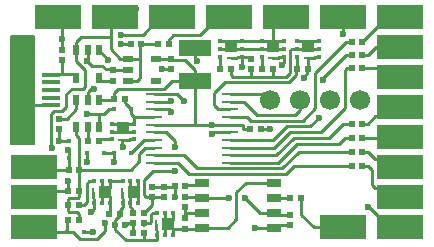
<source format=gtl>
G04 #@! TF.FileFunction,Copper,L1,Top,Signal*
%FSLAX46Y46*%
G04 Gerber Fmt 4.6, Leading zero omitted, Abs format (unit mm)*
G04 Created by KiCad (PCBNEW 4.0.6) date 11/02/17 10:09:17*
%MOMM*%
%LPD*%
G01*
G04 APERTURE LIST*
%ADD10C,0.200000*%
%ADD11R,1.400000X0.250000*%
%ADD12R,0.300000X0.400000*%
%ADD13R,1.000000X1.000000*%
%ADD14R,0.230000X0.785000*%
%ADD15R,0.400000X0.400000*%
%ADD16R,0.500000X0.500000*%
%ADD17R,2.800000X1.400000*%
%ADD18R,0.600000X0.900000*%
%ADD19R,0.900000X0.600000*%
%ADD20R,1.270000X0.700000*%
%ADD21R,0.400000X0.300000*%
%ADD22R,0.785000X0.230000*%
%ADD23R,1.350000X2.000000*%
%ADD24R,1.500000X0.400000*%
%ADD25R,4.000000X2.000000*%
%ADD26C,1.700000*%
%ADD27C,0.600000*%
%ADD28C,0.250000*%
%ADD29C,0.150000*%
G04 APERTURE END LIST*
D10*
D11*
X131200000Y-110150000D03*
X131200000Y-109500000D03*
X131200000Y-104300000D03*
X131200000Y-104950000D03*
X131200000Y-105600000D03*
X131200000Y-106250000D03*
X131200000Y-106900000D03*
X131200000Y-107550000D03*
X131200000Y-108200000D03*
X131200000Y-108850000D03*
X137600000Y-110150000D03*
X137600000Y-109500000D03*
X137600000Y-108850000D03*
X137600000Y-108200000D03*
X137600000Y-107550000D03*
X137600000Y-106900000D03*
X137600000Y-106250000D03*
X137600000Y-105600000D03*
X137600000Y-104950000D03*
X137600000Y-104300000D03*
D12*
X132731000Y-114396000D03*
X132081000Y-114396000D03*
X131431000Y-114396000D03*
X132731000Y-116246000D03*
X132081000Y-116246000D03*
X131431000Y-116246000D03*
D13*
X132361000Y-115316000D03*
D14*
X131341000Y-115296000D03*
D15*
X125225000Y-115951000D03*
X123825000Y-115951000D03*
D16*
X142700000Y-115400000D03*
X142700000Y-114500000D03*
X132900000Y-112100000D03*
X133800000Y-112100000D03*
X123400000Y-100550000D03*
X123400000Y-101450000D03*
X129200000Y-100100000D03*
X130100000Y-100100000D03*
X132600000Y-102200000D03*
X132600000Y-101300000D03*
D17*
X134620000Y-103200000D03*
X134620000Y-100400000D03*
D16*
X140200000Y-107300000D03*
X139300000Y-107300000D03*
X131981000Y-113050000D03*
X131981000Y-112150000D03*
D15*
X129200000Y-105550000D03*
X127800000Y-105550000D03*
X127800000Y-109300000D03*
X129200000Y-109300000D03*
X126900000Y-109300000D03*
X125500000Y-109300000D03*
X123931000Y-108300000D03*
X123931000Y-109700000D03*
D16*
X123150000Y-107300000D03*
X123150000Y-106400000D03*
X133800000Y-114800000D03*
X133800000Y-115700000D03*
X133800000Y-113000000D03*
X133800000Y-113900000D03*
X127700000Y-102300000D03*
X127700000Y-103200000D03*
X142700000Y-113100000D03*
X143600000Y-113100000D03*
X125600000Y-108250000D03*
X126500000Y-108250000D03*
X131500000Y-100100000D03*
X132400000Y-100100000D03*
X128700000Y-104700000D03*
X127800000Y-104700000D03*
X129400000Y-116050000D03*
X130300000Y-116050000D03*
X129400000Y-115200000D03*
X130300000Y-115200000D03*
X124781000Y-112500000D03*
X123881000Y-112500000D03*
X123881000Y-113700000D03*
X124781000Y-113700000D03*
X144200000Y-102200000D03*
X143300000Y-102200000D03*
X127381000Y-114450000D03*
X128281000Y-114450000D03*
X140300000Y-102200000D03*
X141200000Y-102200000D03*
X136765000Y-102200000D03*
X137665000Y-102200000D03*
X124831000Y-110700000D03*
X123931000Y-110700000D03*
X124781000Y-114950000D03*
X123881000Y-114950000D03*
X130981000Y-113050000D03*
X130981000Y-112150000D03*
X129400000Y-114350000D03*
X130300000Y-114350000D03*
D18*
X126500000Y-104800000D03*
X125550000Y-104800000D03*
X124600000Y-104800000D03*
X124600000Y-107100000D03*
X125550000Y-107100000D03*
X126500000Y-107100000D03*
D19*
X129000000Y-101300000D03*
X129000000Y-102250000D03*
X129000000Y-103200000D03*
X131300000Y-103200000D03*
X131300000Y-101300000D03*
D20*
X141296000Y-115600000D03*
X141296000Y-114330000D03*
X141296000Y-113060000D03*
X141296000Y-111790000D03*
X135200000Y-111790000D03*
X135200000Y-113060000D03*
X135200000Y-114330000D03*
X135200000Y-115600000D03*
D18*
X126500000Y-100600000D03*
X125550000Y-100600000D03*
X124600000Y-100600000D03*
X124600000Y-102900000D03*
X126500000Y-102900000D03*
D21*
X127580000Y-106830000D03*
X127580000Y-107480000D03*
X127580000Y-108130000D03*
X129430000Y-106830000D03*
X129430000Y-107480000D03*
X129430000Y-108130000D03*
D13*
X128500000Y-107200000D03*
D22*
X128480000Y-108220000D03*
D12*
X127401000Y-111680000D03*
X126751000Y-111680000D03*
X126101000Y-111680000D03*
X127401000Y-113530000D03*
X126751000Y-113530000D03*
X126101000Y-113530000D03*
D13*
X127031000Y-112600000D03*
D14*
X126011000Y-112580000D03*
D21*
X143280000Y-99830000D03*
X143280000Y-100480000D03*
X143280000Y-101130000D03*
X145130000Y-99830000D03*
X145130000Y-100480000D03*
X145130000Y-101130000D03*
D13*
X144200000Y-100200000D03*
D22*
X144180000Y-101220000D03*
D21*
X140280000Y-99830000D03*
X140280000Y-100480000D03*
X140280000Y-101130000D03*
X142130000Y-99830000D03*
X142130000Y-100480000D03*
X142130000Y-101130000D03*
D13*
X141200000Y-100200000D03*
D22*
X141180000Y-101220000D03*
D12*
X129801000Y-111680000D03*
X129151000Y-111680000D03*
X128501000Y-111680000D03*
X129801000Y-113530000D03*
X129151000Y-113530000D03*
X128501000Y-113530000D03*
D13*
X129431000Y-112600000D03*
D14*
X128411000Y-112580000D03*
D21*
X136745000Y-99830000D03*
X136745000Y-100480000D03*
X136745000Y-101130000D03*
X138595000Y-99830000D03*
X138595000Y-100480000D03*
X138595000Y-101130000D03*
D13*
X137665000Y-100200000D03*
D22*
X137645000Y-101220000D03*
D23*
X119700000Y-100600000D03*
D24*
X122400000Y-105250000D03*
X122400000Y-104600000D03*
X122400000Y-103950000D03*
X122400000Y-103300000D03*
X122400000Y-102650000D03*
D23*
X119700000Y-107300000D03*
D25*
X147193000Y-115570000D03*
X127889000Y-97790000D03*
X123063000Y-97790000D03*
X132715000Y-97790000D03*
X137541000Y-97790000D03*
X142367000Y-97790000D03*
X147193000Y-97790000D03*
X121031000Y-110490000D03*
X121031000Y-115570000D03*
X121031000Y-113030000D03*
D26*
X148590000Y-104775000D03*
X146050000Y-104775000D03*
X140970000Y-104775000D03*
X143510000Y-104775000D03*
D16*
X147900000Y-110400000D03*
X148800000Y-110400000D03*
X147900000Y-109200000D03*
X148800000Y-109200000D03*
X147900000Y-108000000D03*
X148800000Y-108000000D03*
X147900000Y-106800000D03*
X148800000Y-106800000D03*
X147900000Y-102100000D03*
X148800000Y-102100000D03*
X147900000Y-101000000D03*
X148800000Y-101000000D03*
X147900000Y-99900000D03*
X148800000Y-99900000D03*
D25*
X152019000Y-113030000D03*
X152019000Y-110490000D03*
X152019000Y-107950000D03*
X152019000Y-105410000D03*
X152019000Y-102870000D03*
X152019000Y-100330000D03*
X152019000Y-97790000D03*
X152019000Y-115570000D03*
D16*
X139400000Y-101300000D03*
X139400000Y-102200000D03*
D27*
X126025926Y-115978634D03*
X125850000Y-114300002D03*
X126049999Y-103850000D03*
X136100000Y-107700000D03*
X133700000Y-104900000D03*
X149300000Y-113900000D03*
X147200000Y-99200000D03*
X143900000Y-102900000D03*
X134800000Y-101500000D03*
X128400000Y-100100000D03*
X131800000Y-102200000D03*
X141000000Y-107300000D03*
X132900000Y-113000000D03*
X128500000Y-108800000D03*
X125500000Y-101500000D03*
X123400000Y-99600000D03*
X120000000Y-105500000D03*
X120000000Y-104500000D03*
X120000000Y-103500000D03*
X120000000Y-102500000D03*
X123150000Y-108300000D03*
X123900000Y-111650000D03*
X139700000Y-115600000D03*
X138900000Y-113100000D03*
X137500000Y-113100000D03*
X138600000Y-102000000D03*
X127900000Y-115350000D03*
X122500000Y-108900000D03*
X142000000Y-101800000D03*
X129600000Y-97100000D03*
X136100000Y-106900000D03*
X132900000Y-108800000D03*
X132900000Y-110850000D03*
X125500000Y-105950000D03*
X125500000Y-110050000D03*
X128718988Y-115358631D03*
X127800000Y-110050000D03*
X123900000Y-109050000D03*
X132600000Y-104899998D03*
X127051837Y-115195645D03*
X132600000Y-105800000D03*
X128400000Y-99299997D03*
X127300000Y-101400000D03*
X145100000Y-106300000D03*
X145500000Y-103100000D03*
D28*
X144180000Y-101220000D02*
X144180000Y-102180000D01*
X144180000Y-102180000D02*
X144200000Y-102200000D01*
X125998292Y-115951000D02*
X126025926Y-115978634D01*
X125225000Y-115951000D02*
X125998292Y-115951000D01*
X126101000Y-114049002D02*
X125850000Y-114300002D01*
X126101000Y-113530000D02*
X126101000Y-114049002D01*
X125800000Y-103850000D02*
X126049999Y-103850000D01*
X125550000Y-104100000D02*
X125800000Y-103850000D01*
X125550000Y-104800000D02*
X125550000Y-104100000D01*
X144100000Y-102600000D02*
X144100000Y-102300000D01*
X144100000Y-102300000D02*
X144200000Y-102200000D01*
X143900000Y-102800000D02*
X144100000Y-102600000D01*
X143900000Y-102900000D02*
X143900000Y-102800000D01*
X144080000Y-102080000D02*
X144200000Y-102200000D01*
X137600000Y-107550000D02*
X136250000Y-107550000D01*
X136250000Y-107550000D02*
X136100000Y-107700000D01*
X127700000Y-102300000D02*
X127600000Y-102200000D01*
X127600000Y-102200000D02*
X127100000Y-102200000D01*
X127100000Y-102200000D02*
X126800000Y-101900000D01*
X126800000Y-101900000D02*
X125900000Y-101900000D01*
X125900000Y-101900000D02*
X125500000Y-101500000D01*
X131200000Y-104300000D02*
X132274996Y-104300000D01*
X132274996Y-104300000D02*
X132299999Y-104274997D01*
X132299999Y-104274997D02*
X133074997Y-104274997D01*
X133074997Y-104274997D02*
X133700000Y-104900000D01*
X152019000Y-115570000D02*
X151019000Y-115570000D01*
X151019000Y-115570000D02*
X149349000Y-113900000D01*
X149349000Y-113900000D02*
X149300000Y-113900000D01*
X147193000Y-97790000D02*
X147193000Y-99193000D01*
X147193000Y-99193000D02*
X147200000Y-99200000D01*
X134620000Y-100400000D02*
X134620000Y-101320000D01*
X134620000Y-101320000D02*
X134800000Y-101500000D01*
X129200000Y-100100000D02*
X128400000Y-100100000D01*
X129000000Y-102250000D02*
X127750000Y-102250000D01*
X127750000Y-102250000D02*
X127700000Y-102300000D01*
X132600000Y-102200000D02*
X131800000Y-102200000D01*
X140200000Y-107300000D02*
X141000000Y-107300000D01*
X144680000Y-101220000D02*
X144770000Y-101130000D01*
X144770000Y-101130000D02*
X145130000Y-101130000D01*
X144180000Y-101220000D02*
X144680000Y-101220000D01*
X132900000Y-112100000D02*
X132900000Y-113000000D01*
X131981000Y-112150000D02*
X132850000Y-112150000D01*
X132850000Y-112150000D02*
X132900000Y-112100000D01*
X128480000Y-108220000D02*
X128480000Y-108780000D01*
X128480000Y-108780000D02*
X128500000Y-108800000D01*
X125550000Y-100600000D02*
X125550000Y-101450000D01*
X125550000Y-101450000D02*
X125500000Y-101500000D01*
X123400000Y-99600000D02*
X123400000Y-98127000D01*
X123400000Y-98127000D02*
X123063000Y-97790000D01*
X123400000Y-100550000D02*
X123400000Y-99600000D01*
X120000000Y-104500000D02*
X120000000Y-105200000D01*
X122400000Y-105250000D02*
X120050000Y-105250000D01*
X120000000Y-105200000D02*
X120000000Y-105500000D01*
X120050000Y-105250000D02*
X120000000Y-105200000D01*
X119700000Y-107300000D02*
X119700000Y-105800000D01*
X119700000Y-105800000D02*
X120000000Y-105500000D01*
X120000000Y-103500000D02*
X120000000Y-104500000D01*
X120000000Y-102500000D02*
X120000000Y-103500000D01*
X119700000Y-100600000D02*
X119700000Y-102200000D01*
X119700000Y-102200000D02*
X120000000Y-102500000D01*
X123150000Y-107300000D02*
X123150000Y-108300000D01*
X123931000Y-108300000D02*
X123150000Y-108300000D01*
X123881000Y-112500000D02*
X123881000Y-111669000D01*
X123881000Y-111669000D02*
X123900000Y-111650000D01*
X128480000Y-108220000D02*
X129030000Y-108220000D01*
X129030000Y-108220000D02*
X129120000Y-108130000D01*
X129120000Y-108130000D02*
X129430000Y-108130000D01*
X141296000Y-115600000D02*
X139700000Y-115600000D01*
X142700000Y-115400000D02*
X141496000Y-115400000D01*
X141496000Y-115400000D02*
X141296000Y-115600000D01*
X123881000Y-112500000D02*
X121561000Y-112500000D01*
X121561000Y-112500000D02*
X121031000Y-113030000D01*
X130981000Y-112150000D02*
X131981000Y-112150000D01*
X126011000Y-113080000D02*
X126101000Y-113170000D01*
X126101000Y-113170000D02*
X126101000Y-113530000D01*
X126011000Y-112580000D02*
X126011000Y-113080000D01*
X138900000Y-113100000D02*
X140130000Y-114330000D01*
X140130000Y-114330000D02*
X141296000Y-114330000D01*
X135200000Y-113060000D02*
X137460000Y-113060000D01*
X137460000Y-113060000D02*
X137500000Y-113100000D01*
X142700000Y-114500000D02*
X141466000Y-114500000D01*
X141466000Y-114500000D02*
X141296000Y-114330000D01*
X133800000Y-113000000D02*
X135140000Y-113000000D01*
X135140000Y-113000000D02*
X135200000Y-113060000D01*
X133800000Y-112100000D02*
X133900000Y-112000000D01*
X133900000Y-112000000D02*
X134990000Y-112000000D01*
X134990000Y-112000000D02*
X135200000Y-111790000D01*
X123400000Y-102600000D02*
X122450000Y-102600000D01*
X122450000Y-102600000D02*
X122400000Y-102650000D01*
X123400000Y-102600000D02*
X124500000Y-102600000D01*
X123400000Y-101450000D02*
X123400000Y-102600000D01*
X124500000Y-102600000D02*
X124600000Y-102700000D01*
X124600000Y-102700000D02*
X124600000Y-102900000D01*
X138595000Y-101130000D02*
X138595000Y-101995000D01*
X138595000Y-101995000D02*
X138600000Y-102000000D01*
X139000000Y-101200000D02*
X139300000Y-101200000D01*
X139300000Y-101200000D02*
X139400000Y-101300000D01*
X138930000Y-101130000D02*
X139000000Y-101200000D01*
X138595000Y-101130000D02*
X138930000Y-101130000D01*
X130300000Y-116050000D02*
X130300000Y-116625001D01*
X130300000Y-116625001D02*
X131374999Y-116625001D01*
X131374999Y-116625001D02*
X131431000Y-116569000D01*
X131431000Y-116569000D02*
X131431000Y-116246000D01*
X128750737Y-116625001D02*
X130300000Y-116625001D01*
X127900000Y-115350000D02*
X127900000Y-115774264D01*
X127900000Y-115774264D02*
X128750737Y-116625001D01*
X128281000Y-114450000D02*
X128281000Y-114544736D01*
X127900000Y-114925736D02*
X127900000Y-115350000D01*
X128281000Y-114544736D02*
X127900000Y-114925736D01*
X122450000Y-108300000D02*
X122450000Y-108850000D01*
X122450000Y-108850000D02*
X122500000Y-108900000D01*
X122450000Y-106014998D02*
X122450000Y-108300000D01*
X123410001Y-105775001D02*
X122689997Y-105775001D01*
X122689997Y-105775001D02*
X122450000Y-106014998D01*
X123750000Y-104314998D02*
X123750000Y-105435002D01*
X123750000Y-105435002D02*
X123410001Y-105775001D01*
X125163590Y-103850000D02*
X124214998Y-103850000D01*
X124214998Y-103850000D02*
X123750000Y-104314998D01*
X125300000Y-102225002D02*
X125300000Y-103713590D01*
X125300000Y-103713590D02*
X125163590Y-103850000D01*
X124600000Y-100600000D02*
X124600000Y-101525002D01*
X124600000Y-101525002D02*
X125300000Y-102225002D01*
X128501000Y-113880000D02*
X128501000Y-113530000D01*
X128281000Y-114100000D02*
X128501000Y-113880000D01*
X128281000Y-114450000D02*
X128281000Y-114100000D01*
X142130000Y-101130000D02*
X142130000Y-101670000D01*
X142130000Y-101670000D02*
X142000000Y-101800000D01*
X128910000Y-97790000D02*
X129300001Y-97399999D01*
X129300001Y-97399999D02*
X129600000Y-97100000D01*
X127889000Y-97790000D02*
X128910000Y-97790000D01*
X127500000Y-100500000D02*
X127500000Y-99500000D01*
X127500000Y-99500000D02*
X127500000Y-98179000D01*
X125000000Y-99500000D02*
X127500000Y-99500000D01*
X129000000Y-101300000D02*
X128300000Y-101300000D01*
X128300000Y-101300000D02*
X127500000Y-100500000D01*
X127500000Y-98179000D02*
X127889000Y-97790000D01*
X130000000Y-102900000D02*
X130000000Y-101300000D01*
X129700000Y-101300000D02*
X130000000Y-101300000D01*
X130000000Y-101300000D02*
X130000000Y-100200000D01*
X129700000Y-101300000D02*
X129000000Y-101300000D01*
X129000000Y-103200000D02*
X129700000Y-103200000D01*
X129700000Y-103200000D02*
X130000000Y-102900000D01*
X130000000Y-100200000D02*
X130100000Y-100100000D01*
X131500000Y-100100000D02*
X130100000Y-100100000D01*
X141680000Y-101220000D02*
X141770000Y-101130000D01*
X141770000Y-101130000D02*
X142130000Y-101130000D01*
X141180000Y-101220000D02*
X141680000Y-101220000D01*
X138145000Y-101220000D02*
X138235000Y-101130000D01*
X138235000Y-101130000D02*
X138595000Y-101130000D01*
X137645000Y-101220000D02*
X138145000Y-101220000D01*
X128411000Y-113080000D02*
X128501000Y-113170000D01*
X128501000Y-113170000D02*
X128501000Y-113530000D01*
X128411000Y-112580000D02*
X128411000Y-113080000D01*
X124600000Y-100600000D02*
X124600000Y-99900000D01*
X124600000Y-99900000D02*
X125000000Y-99500000D01*
X131427000Y-116250000D02*
X131431000Y-116246000D01*
X131341000Y-115841000D02*
X131431000Y-115931000D01*
X131431000Y-115931000D02*
X131431000Y-116246000D01*
X131341000Y-115296000D02*
X131341000Y-115841000D01*
X136100000Y-106900000D02*
X137600000Y-106900000D01*
X134800000Y-106900000D02*
X136100000Y-106900000D01*
X127800000Y-104700000D02*
X127800000Y-104200000D01*
X127800000Y-104200000D02*
X128150001Y-103849999D01*
X128150001Y-103849999D02*
X132050001Y-103849999D01*
X132050001Y-103849999D02*
X132700000Y-103200000D01*
X132700000Y-103200000D02*
X134620000Y-103200000D01*
X131200000Y-106900000D02*
X134700000Y-106900000D01*
X134700000Y-106900000D02*
X134800000Y-106900000D01*
X134620000Y-103200000D02*
X134620000Y-106820000D01*
X134620000Y-106820000D02*
X134700000Y-106900000D01*
X132600000Y-101300000D02*
X132725001Y-101425001D01*
X132725001Y-101425001D02*
X133795001Y-101425001D01*
X133795001Y-101425001D02*
X134620000Y-102250000D01*
X134620000Y-102250000D02*
X134620000Y-103200000D01*
X126500000Y-104800000D02*
X127700000Y-104800000D01*
X127700000Y-104800000D02*
X127800000Y-104700000D01*
X131300000Y-101300000D02*
X132600000Y-101300000D01*
X138700000Y-106900000D02*
X137600000Y-106900000D01*
X138700000Y-107300000D02*
X138700000Y-106900000D01*
X139300000Y-107300000D02*
X138700000Y-107300000D01*
X132900000Y-108375736D02*
X132900000Y-108800000D01*
X132900000Y-108300000D02*
X132900000Y-108375736D01*
X131200000Y-107550000D02*
X132150000Y-107550000D01*
X132150000Y-107550000D02*
X132900000Y-108300000D01*
X132475736Y-110850000D02*
X132900000Y-110850000D01*
X131050000Y-110850000D02*
X132475736Y-110850000D01*
X130300000Y-111600000D02*
X131050000Y-110850000D01*
X130300000Y-112869000D02*
X130300000Y-111600000D01*
X130481000Y-113050000D02*
X130300000Y-112869000D01*
X130981000Y-113050000D02*
X130481000Y-113050000D01*
X130300000Y-114350000D02*
X130981000Y-113669000D01*
X130981000Y-113669000D02*
X130981000Y-113050000D01*
X130981000Y-113050000D02*
X131981000Y-113050000D01*
X128700000Y-104700000D02*
X128700000Y-105050000D01*
X128700000Y-105050000D02*
X129200000Y-105550000D01*
X131200000Y-106250000D02*
X129450000Y-106250000D01*
X129450000Y-106250000D02*
X129430000Y-106230000D01*
X129200000Y-105550000D02*
X129200000Y-106000000D01*
X129200000Y-106000000D02*
X129430000Y-106230000D01*
X129430000Y-106230000D02*
X129430000Y-106830000D01*
X129430000Y-107480000D02*
X128780000Y-107480000D01*
X128780000Y-107480000D02*
X128500000Y-107200000D01*
X129430000Y-106830000D02*
X128870000Y-106830000D01*
X128870000Y-106830000D02*
X128500000Y-107200000D01*
X127580000Y-107480000D02*
X128220000Y-107480000D01*
X128220000Y-107480000D02*
X128500000Y-107200000D01*
X127580000Y-106830000D02*
X128130000Y-106830000D01*
X128130000Y-106830000D02*
X128500000Y-107200000D01*
X126500000Y-105950000D02*
X126950000Y-105950000D01*
X126950000Y-105950000D02*
X127350000Y-105550000D01*
X127350000Y-105550000D02*
X127800000Y-105550000D01*
X126500000Y-105950000D02*
X125500000Y-105950000D01*
X126500000Y-107100000D02*
X126500000Y-105950000D01*
X125500000Y-109300000D02*
X125500000Y-110050000D01*
X129400000Y-116050000D02*
X129400000Y-115200000D01*
X128841369Y-115358631D02*
X128841369Y-115258631D01*
X128841369Y-115258631D02*
X128900000Y-115200000D01*
X128900000Y-115200000D02*
X129400000Y-115200000D01*
X128718988Y-115358631D02*
X128841369Y-115358631D01*
X128727619Y-115350000D02*
X128718988Y-115358631D01*
X127800000Y-109300000D02*
X127800000Y-110050000D01*
X126900000Y-109300000D02*
X127800000Y-109300000D01*
X131200000Y-108200000D02*
X130300000Y-108200000D01*
X130300000Y-108200000D02*
X129200000Y-109300000D01*
X123931000Y-109081000D02*
X123900000Y-109050000D01*
X123931000Y-109700000D02*
X123931000Y-109081000D01*
X131200000Y-104950000D02*
X132549998Y-104950000D01*
X132549998Y-104950000D02*
X132600000Y-104899998D01*
X123931000Y-110700000D02*
X121241000Y-110700000D01*
X121241000Y-110700000D02*
X121031000Y-110490000D01*
X123931000Y-109700000D02*
X123931000Y-110700000D01*
X127051837Y-115619909D02*
X127051837Y-115195645D01*
X123825000Y-115951000D02*
X124275000Y-115951000D01*
X124275000Y-115951000D02*
X124927636Y-116603636D01*
X127051837Y-115877727D02*
X127051837Y-115619909D01*
X124927636Y-116603636D02*
X126325928Y-116603636D01*
X126325928Y-116603636D02*
X127051837Y-115877727D01*
X132400000Y-105600000D02*
X132600000Y-105800000D01*
X131200000Y-105600000D02*
X132400000Y-105600000D01*
X123825000Y-115951000D02*
X121412000Y-115951000D01*
X121412000Y-115951000D02*
X121031000Y-115570000D01*
X123831000Y-115950000D02*
X123831000Y-115000000D01*
X123831000Y-115000000D02*
X123881000Y-114950000D01*
X123150000Y-106400000D02*
X123800000Y-106400000D01*
X123800000Y-106400000D02*
X124600000Y-105600000D01*
X124600000Y-105600000D02*
X124600000Y-104800000D01*
X133800000Y-114800000D02*
X133800000Y-114300000D01*
X135200000Y-114330000D02*
X133830000Y-114330000D01*
X133800000Y-114300000D02*
X133800000Y-113900000D01*
X133830000Y-114330000D02*
X133800000Y-114300000D01*
X133800000Y-115700000D02*
X132745000Y-115700000D01*
X132745000Y-115700000D02*
X132361000Y-115316000D01*
X141296000Y-111790000D02*
X138910000Y-111790000D01*
X138910000Y-111790000D02*
X138125001Y-112574999D01*
X138125001Y-112574999D02*
X138125001Y-114874999D01*
X138125001Y-114874999D02*
X137400000Y-115600000D01*
X137400000Y-115600000D02*
X135200000Y-115600000D01*
X133800000Y-115700000D02*
X135100000Y-115700000D01*
X135100000Y-115700000D02*
X135200000Y-115600000D01*
X132731000Y-116246000D02*
X132731000Y-115686000D01*
X132731000Y-115686000D02*
X132361000Y-115316000D01*
X132081000Y-116246000D02*
X132081000Y-115596000D01*
X132081000Y-115596000D02*
X132361000Y-115316000D01*
X132731000Y-114396000D02*
X132731000Y-114946000D01*
X132731000Y-114946000D02*
X132361000Y-115316000D01*
X132081000Y-114396000D02*
X132081000Y-115036000D01*
X132081000Y-115036000D02*
X132361000Y-115316000D01*
X126500000Y-103100000D02*
X126600000Y-103200000D01*
X126600000Y-103200000D02*
X127700000Y-103200000D01*
X126500000Y-102900000D02*
X126500000Y-103100000D01*
X142700000Y-113100000D02*
X141336000Y-113100000D01*
X141336000Y-113100000D02*
X141296000Y-113060000D01*
X143600000Y-114500000D02*
X144670000Y-115570000D01*
X144670000Y-115570000D02*
X147193000Y-115570000D01*
X143600000Y-113100000D02*
X143600000Y-114500000D01*
X125600000Y-108250000D02*
X125600000Y-107150000D01*
X125600000Y-107150000D02*
X125550000Y-107100000D01*
X127580000Y-108130000D02*
X126620000Y-108130000D01*
X126620000Y-108130000D02*
X126500000Y-108250000D01*
X132400000Y-100100000D02*
X132400000Y-99700000D01*
X136541000Y-97790000D02*
X137541000Y-97790000D01*
X132400000Y-99700000D02*
X132800000Y-99300000D01*
X135031000Y-99300000D02*
X136541000Y-97790000D01*
X132800000Y-99300000D02*
X135031000Y-99300000D01*
X130300000Y-115200000D02*
X130800000Y-115200000D01*
X130800000Y-115200000D02*
X130900999Y-115099001D01*
X130900999Y-115099001D02*
X130900999Y-114526001D01*
X130900999Y-114526001D02*
X131031000Y-114396000D01*
X131031000Y-114396000D02*
X131431000Y-114396000D01*
X130300000Y-115200000D02*
X130350000Y-115200000D01*
X130300000Y-115350000D02*
X130231000Y-115350000D01*
X131200000Y-108850000D02*
X130439998Y-108850000D01*
X130439998Y-108850000D02*
X129900000Y-109389998D01*
X129900000Y-109389998D02*
X129900000Y-110000000D01*
X129900000Y-110000000D02*
X129200000Y-110700000D01*
X129200000Y-110700000D02*
X125331000Y-110700000D01*
X125331000Y-110700000D02*
X124831000Y-110700000D01*
X124831000Y-108031000D02*
X124600000Y-107800000D01*
X124600000Y-107800000D02*
X124600000Y-107100000D01*
X124831000Y-110700000D02*
X124831000Y-108031000D01*
X123881000Y-113700000D02*
X123881000Y-113200000D01*
X123987500Y-113093500D02*
X124687500Y-113093500D01*
X124687500Y-113093500D02*
X124781000Y-113000000D01*
X123881000Y-113200000D02*
X123987500Y-113093500D01*
X124781000Y-113000000D02*
X124781000Y-112500000D01*
X123881000Y-113700000D02*
X123881000Y-114200000D01*
X123881000Y-114200000D02*
X123981000Y-114300000D01*
X123981000Y-114300000D02*
X124631000Y-114300000D01*
X124631000Y-114300000D02*
X124781000Y-114450000D01*
X124781000Y-114450000D02*
X124781000Y-114950000D01*
X124831000Y-111500000D02*
X124831000Y-110700000D01*
X124831000Y-111500000D02*
X124831000Y-112450000D01*
X124831000Y-112450000D02*
X124781000Y-112500000D01*
X126101000Y-111680000D02*
X125701000Y-111680000D01*
X125701000Y-111680000D02*
X125481000Y-111900000D01*
X125481000Y-113450000D02*
X125231000Y-113700000D01*
X125481000Y-111900000D02*
X125481000Y-113450000D01*
X125231000Y-113700000D02*
X124781000Y-113700000D01*
X124781000Y-113700000D02*
X124781000Y-113600000D01*
X143280000Y-101130000D02*
X143280000Y-102180000D01*
X143280000Y-102180000D02*
X143300000Y-102200000D01*
X143180000Y-102080000D02*
X143300000Y-102200000D01*
X143200000Y-102700000D02*
X143200000Y-102300000D01*
X143200000Y-102300000D02*
X143300000Y-102200000D01*
X143200000Y-102700000D02*
X142600000Y-103300000D01*
X142600000Y-103300000D02*
X137200000Y-103300000D01*
X137200000Y-103300000D02*
X136250000Y-104250000D01*
X136250000Y-104250000D02*
X136250000Y-105250000D01*
X136250000Y-105250000D02*
X136600000Y-105600000D01*
X136600000Y-105600000D02*
X137600000Y-105600000D01*
X127401000Y-111680000D02*
X128501000Y-111680000D01*
X127401000Y-113530000D02*
X127401000Y-114430000D01*
X127401000Y-114430000D02*
X127381000Y-114450000D01*
X127401000Y-113530000D02*
X127401000Y-112970000D01*
X127401000Y-112970000D02*
X127031000Y-112600000D01*
X126751000Y-113530000D02*
X126751000Y-112880000D01*
X126751000Y-112880000D02*
X127031000Y-112600000D01*
X127401000Y-111680000D02*
X127401000Y-112230000D01*
X127401000Y-112230000D02*
X127031000Y-112600000D01*
X126751000Y-111680000D02*
X126751000Y-112320000D01*
X126751000Y-112320000D02*
X127031000Y-112600000D01*
X140300000Y-102200000D02*
X140300000Y-101150000D01*
X140300000Y-101150000D02*
X140280000Y-101130000D01*
X139400000Y-102849990D02*
X137814990Y-102849990D01*
X137814990Y-102849990D02*
X137665000Y-102700000D01*
X137665000Y-102700000D02*
X137665000Y-102200000D01*
X139400000Y-102849990D02*
X141200000Y-102849990D01*
X139400000Y-102200000D02*
X139400000Y-102849990D01*
X141200000Y-102849990D02*
X142350010Y-102849990D01*
X142350010Y-102849990D02*
X142655000Y-102545000D01*
X142655000Y-102545000D02*
X142655000Y-101595000D01*
X142655000Y-101595000D02*
X142700000Y-101550000D01*
X142830000Y-100480000D02*
X143280000Y-100480000D01*
X142700000Y-101550000D02*
X142700000Y-100610000D01*
X142700000Y-100610000D02*
X142830000Y-100480000D01*
X141200000Y-102200000D02*
X141200000Y-102849990D01*
X145130000Y-100480000D02*
X144480000Y-100480000D01*
X144480000Y-100480000D02*
X144200000Y-100200000D01*
X145130000Y-99830000D02*
X144570000Y-99830000D01*
X144570000Y-99830000D02*
X144200000Y-100200000D01*
X143280000Y-100480000D02*
X143920000Y-100480000D01*
X143920000Y-100480000D02*
X144200000Y-100200000D01*
X143280000Y-99830000D02*
X143830000Y-99830000D01*
X143830000Y-99830000D02*
X144200000Y-100200000D01*
X136765000Y-102200000D02*
X136765000Y-101150000D01*
X136765000Y-101150000D02*
X136745000Y-101130000D01*
X129331000Y-114000000D02*
X129331000Y-114281000D01*
X129331000Y-114281000D02*
X129400000Y-114350000D01*
X129151000Y-113530000D02*
X129151000Y-113820000D01*
X129151000Y-113820000D02*
X129331000Y-114000000D01*
X129801000Y-113530000D02*
X129801000Y-112970000D01*
X129801000Y-112970000D02*
X129431000Y-112600000D01*
X129151000Y-113530000D02*
X129151000Y-112880000D01*
X129151000Y-112880000D02*
X129431000Y-112600000D01*
X129801000Y-111680000D02*
X129801000Y-112230000D01*
X129801000Y-112230000D02*
X129431000Y-112600000D01*
X129151000Y-111680000D02*
X129151000Y-112320000D01*
X129151000Y-112320000D02*
X129431000Y-112600000D01*
X128400000Y-99299997D02*
X130200003Y-99299997D01*
X130200003Y-99299997D02*
X131710000Y-97790000D01*
X131710000Y-97790000D02*
X132715000Y-97790000D01*
X126500000Y-100600000D02*
X127300000Y-101400000D01*
X147900000Y-109200000D02*
X143400000Y-109200000D01*
X143400000Y-109200000D02*
X141999999Y-110600001D01*
X141999999Y-110600001D02*
X134800001Y-110600001D01*
X134800001Y-110600001D02*
X133700000Y-109500000D01*
X133700000Y-109500000D02*
X131200000Y-109500000D01*
X147900000Y-110400000D02*
X143000000Y-110400000D01*
X143000000Y-110400000D02*
X142300000Y-111100000D01*
X142300000Y-111100000D02*
X134163590Y-111100000D01*
X134163590Y-111100000D02*
X133213590Y-110150000D01*
X133213590Y-110150000D02*
X131200000Y-110150000D01*
X137600000Y-110150000D02*
X141650000Y-110150000D01*
X141650000Y-110150000D02*
X143300000Y-108500000D01*
X143300000Y-108500000D02*
X146800000Y-108500000D01*
X146800000Y-108500000D02*
X147300000Y-108000000D01*
X147300000Y-108000000D02*
X147900000Y-108000000D01*
X147900000Y-106800000D02*
X147200000Y-106800000D01*
X147200000Y-106800000D02*
X146000000Y-108000000D01*
X146000000Y-108000000D02*
X143000000Y-108000000D01*
X143000000Y-108000000D02*
X141500000Y-109500000D01*
X141500000Y-109500000D02*
X138550000Y-109500000D01*
X138550000Y-109500000D02*
X137600000Y-109500000D01*
X147900000Y-102100000D02*
X147500000Y-102100000D01*
X147500000Y-102100000D02*
X147300000Y-102300000D01*
X147300000Y-102300000D02*
X147300000Y-105500000D01*
X147300000Y-105500000D02*
X145300000Y-107500000D01*
X145300000Y-107500000D02*
X142700000Y-107500000D01*
X142700000Y-107500000D02*
X141350000Y-108850000D01*
X141350000Y-108850000D02*
X138550000Y-108850000D01*
X138550000Y-108850000D02*
X137600000Y-108850000D01*
X145100000Y-106300000D02*
X144399981Y-107000019D01*
X144399981Y-107000019D02*
X142399981Y-107000019D01*
X142399981Y-107000019D02*
X141200000Y-108200000D01*
X141200000Y-108200000D02*
X138550000Y-108200000D01*
X138550000Y-108200000D02*
X137600000Y-108200000D01*
X147900000Y-101000000D02*
X147400000Y-101000000D01*
X147400000Y-101000000D02*
X145500000Y-102900000D01*
X145500000Y-102900000D02*
X145500000Y-103100000D01*
X147900000Y-99900000D02*
X147400000Y-99900000D01*
X147400000Y-99900000D02*
X144800000Y-102500000D01*
X144800000Y-102500000D02*
X144800000Y-105500000D01*
X144800000Y-105500000D02*
X143749991Y-106550009D01*
X143749991Y-106550009D02*
X139350009Y-106550009D01*
X139350009Y-106550009D02*
X139050000Y-106250000D01*
X139050000Y-106250000D02*
X137600000Y-106250000D01*
X138595000Y-99830000D02*
X140280000Y-99830000D01*
X138595000Y-100480000D02*
X140280000Y-100480000D01*
X141200000Y-98700000D02*
X142110000Y-97790000D01*
X142110000Y-97790000D02*
X142367000Y-97790000D01*
X141200000Y-100200000D02*
X141200000Y-98700000D01*
X142130000Y-100480000D02*
X141480000Y-100480000D01*
X141480000Y-100480000D02*
X141200000Y-100200000D01*
X142130000Y-99830000D02*
X141570000Y-99830000D01*
X141570000Y-99830000D02*
X141200000Y-100200000D01*
X140280000Y-100480000D02*
X140920000Y-100480000D01*
X140920000Y-100480000D02*
X141200000Y-100200000D01*
X140280000Y-99830000D02*
X140830000Y-99830000D01*
X140830000Y-99830000D02*
X141200000Y-100200000D01*
X138595000Y-100480000D02*
X137945000Y-100480000D01*
X137945000Y-100480000D02*
X137665000Y-100200000D01*
X138595000Y-99830000D02*
X138035000Y-99830000D01*
X138035000Y-99830000D02*
X137665000Y-100200000D01*
X136745000Y-100480000D02*
X137385000Y-100480000D01*
X137385000Y-100480000D02*
X137665000Y-100200000D01*
X136745000Y-99830000D02*
X137295000Y-99830000D01*
X137295000Y-99830000D02*
X137665000Y-100200000D01*
X149860000Y-112268000D02*
X151257000Y-112268000D01*
X151257000Y-112268000D02*
X152019000Y-113030000D01*
X149606000Y-112014000D02*
X149860000Y-112268000D01*
X149606000Y-110706000D02*
X149606000Y-112014000D01*
X148800000Y-110400000D02*
X149300000Y-110400000D01*
X149300000Y-110400000D02*
X149606000Y-110706000D01*
X149900000Y-109800000D02*
X151329000Y-109800000D01*
X151329000Y-109800000D02*
X152019000Y-110490000D01*
X149300000Y-109200000D02*
X149900000Y-109800000D01*
X148800000Y-109200000D02*
X149300000Y-109200000D01*
X148800000Y-108000000D02*
X151969000Y-108000000D01*
X151969000Y-108000000D02*
X152019000Y-107950000D01*
X149900000Y-106200000D02*
X151229000Y-106200000D01*
X151229000Y-106200000D02*
X152019000Y-105410000D01*
X148800000Y-106800000D02*
X149300000Y-106800000D01*
X149300000Y-106800000D02*
X149900000Y-106200000D01*
X148800000Y-102100000D02*
X151249000Y-102100000D01*
X151249000Y-102100000D02*
X152019000Y-102870000D01*
X149970000Y-100330000D02*
X152019000Y-100330000D01*
X148800000Y-101000000D02*
X149300000Y-101000000D01*
X149300000Y-101000000D02*
X149970000Y-100330000D01*
X150910000Y-97790000D02*
X148800000Y-99900000D01*
X152019000Y-97790000D02*
X150910000Y-97790000D01*
X143510000Y-104775000D02*
X143510000Y-105690000D01*
X143100000Y-106100000D02*
X139900000Y-106100000D01*
X139900000Y-106100000D02*
X138750000Y-104950000D01*
X143510000Y-105690000D02*
X143100000Y-106100000D01*
X138750000Y-104950000D02*
X137600000Y-104950000D01*
X137600000Y-104300000D02*
X140495000Y-104300000D01*
X140495000Y-104300000D02*
X140970000Y-104775000D01*
D29*
G36*
X121025000Y-108525000D02*
X119075000Y-108525000D01*
X119075000Y-99375000D01*
X121025000Y-99375000D01*
X121025000Y-108525000D01*
X121025000Y-108525000D01*
G37*
X121025000Y-108525000D02*
X119075000Y-108525000D01*
X119075000Y-99375000D01*
X121025000Y-99375000D01*
X121025000Y-108525000D01*
M02*

</source>
